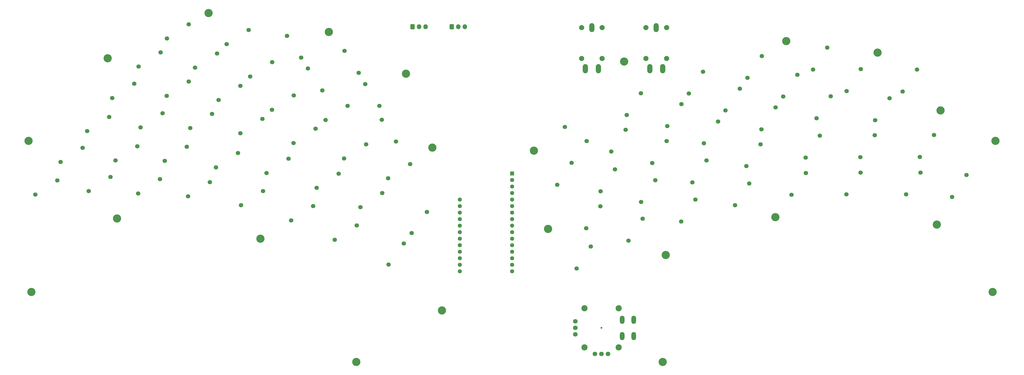
<source format=gbs>
%TF.GenerationSoftware,KiCad,Pcbnew,7.0.10-148-g62bb553460*%
%TF.CreationDate,2024-03-27T23:52:54+01:00*%
%TF.ProjectId,bandoneon,62616e64-6f6e-4656-9f6e-2e6b69636164,rev?*%
%TF.SameCoordinates,Original*%
%TF.FileFunction,Soldermask,Bot*%
%TF.FilePolarity,Negative*%
%FSLAX46Y46*%
G04 Gerber Fmt 4.6, Leading zero omitted, Abs format (unit mm)*
G04 Created by KiCad (PCBNEW 7.0.10-148-g62bb553460) date 2024-03-27 23:52:54*
%MOMM*%
%LPD*%
G01*
G04 APERTURE LIST*
G04 Aperture macros list*
%AMRoundRect*
0 Rectangle with rounded corners*
0 $1 Rounding radius*
0 $2 $3 $4 $5 $6 $7 $8 $9 X,Y pos of 4 corners*
0 Add a 4 corners polygon primitive as box body*
4,1,4,$2,$3,$4,$5,$6,$7,$8,$9,$2,$3,0*
0 Add four circle primitives for the rounded corners*
1,1,$1+$1,$2,$3*
1,1,$1+$1,$4,$5*
1,1,$1+$1,$6,$7*
1,1,$1+$1,$8,$9*
0 Add four rect primitives between the rounded corners*
20,1,$1+$1,$2,$3,$4,$5,0*
20,1,$1+$1,$4,$5,$6,$7,0*
20,1,$1+$1,$6,$7,$8,$9,0*
20,1,$1+$1,$8,$9,$2,$3,0*%
G04 Aperture macros list end*
%ADD10C,1.700000*%
%ADD11C,3.200000*%
%ADD12R,1.600000X1.600000*%
%ADD13C,1.600000*%
%ADD14C,2.400000*%
%ADD15C,0.762000*%
%ADD16O,1.800000X3.200000*%
%ADD17C,1.800000*%
%ADD18C,2.000000*%
%ADD19O,2.000000X3.600000*%
%ADD20O,2.000000X3.500000*%
%ADD21RoundRect,0.250000X-0.600000X-0.725000X0.600000X-0.725000X0.600000X0.725000X-0.600000X0.725000X0*%
%ADD22O,1.700000X1.950000*%
G04 APERTURE END LIST*
D10*
%TO.C,H37*%
X145424754Y-165079266D03*
X153945646Y-159545734D03*
%TD*%
%TO.C,H38*%
X135100854Y-177095366D03*
X143621746Y-171561834D03*
%TD*%
%TO.C,H43*%
X462250034Y-149669046D03*
X467783566Y-141148154D03*
%TD*%
%TO.C,H11*%
X253416434Y-146779154D03*
X258949966Y-155300046D03*
%TD*%
D11*
%TO.C,MH08*%
X498341000Y-168933000D03*
%TD*%
%TO.C,MH01*%
X239268000Y-126492000D03*
%TD*%
D10*
%TO.C,H31*%
X208752354Y-143803966D03*
X217273246Y-138270434D03*
%TD*%
%TO.C,H14*%
X215107654Y-181383466D03*
X223628546Y-175849934D03*
%TD*%
%TO.C,H69*%
X407356034Y-164389046D03*
X412889566Y-155868154D03*
%TD*%
%TO.C,H5*%
X251546154Y-194710466D03*
X260067046Y-189176934D03*
%TD*%
%TO.C,H41*%
X468934234Y-175125946D03*
X474467766Y-166605054D03*
%TD*%
%TO.C,H61*%
X339273434Y-202910846D03*
X344806966Y-194389954D03*
%TD*%
%TO.C,H68*%
X415815134Y-151655846D03*
X421348666Y-143134954D03*
%TD*%
%TO.C,H29*%
X184576154Y-190490466D03*
X193097046Y-184956934D03*
%TD*%
%TO.C,H16*%
X196438854Y-153000466D03*
X204959746Y-147466934D03*
%TD*%
D11*
%TO.C,MH19*%
X319000000Y-172720000D03*
%TD*%
D10*
%TO.C,H18*%
X175549154Y-176713566D03*
X184070046Y-171180034D03*
%TD*%
D11*
%TO.C,MH22*%
X192603912Y-119089841D03*
%TD*%
%TO.C,MH05*%
X417000000Y-130000000D03*
%TD*%
D10*
%TO.C,H58*%
X355056034Y-158829046D03*
X360589566Y-150308154D03*
%TD*%
D11*
%TO.C,MH12*%
X369000000Y-255000000D03*
%TD*%
D10*
%TO.C,H9*%
X234556454Y-187186966D03*
X243077346Y-181653434D03*
%TD*%
%TO.C,H13*%
X225626154Y-169725466D03*
X234147046Y-164191934D03*
%TD*%
%TO.C,H49*%
X393425034Y-157075046D03*
X398958566Y-148554154D03*
%TD*%
%TO.C,H48*%
X401977634Y-144375046D03*
X407511166Y-135854154D03*
%TD*%
%TO.C,H3*%
X262495451Y-217048806D03*
X268467349Y-208829194D03*
%TD*%
%TO.C,H54*%
X370791434Y-163145846D03*
X376324966Y-154624954D03*
%TD*%
%TO.C,H63*%
X335538534Y-218564946D03*
X341072066Y-210044054D03*
%TD*%
%TO.C,H25*%
X231192434Y-140725754D03*
X236725966Y-149246646D03*
%TD*%
%TO.C,H71*%
X397128834Y-193988946D03*
X402662366Y-185468054D03*
%TD*%
D11*
%TO.C,MH11*%
X497240000Y-227722000D03*
%TD*%
D10*
%TO.C,H50*%
X385005534Y-169860746D03*
X390539066Y-161339854D03*
%TD*%
%TO.C,H42*%
X463617734Y-189745846D03*
X469151266Y-181224954D03*
%TD*%
D11*
%TO.C,MH09*%
X475500000Y-201500000D03*
%TD*%
D10*
%TO.C,H33*%
X145979154Y-188486266D03*
X154500046Y-182952734D03*
%TD*%
D11*
%TO.C,MH17*%
X212725000Y-207010000D03*
%TD*%
D10*
%TO.C,H1*%
X330979154Y-163441434D03*
X339500046Y-168974966D03*
%TD*%
%TO.C,H6*%
X241596154Y-207390466D03*
X250117046Y-201856934D03*
%TD*%
%TO.C,H20*%
X199610954Y-131243966D03*
X208131846Y-125710434D03*
%TD*%
%TO.C,H32*%
X156379154Y-176533566D03*
X164900046Y-171000034D03*
%TD*%
D11*
%TO.C,MH13*%
X370205000Y-213360000D03*
%TD*%
D10*
%TO.C,H21*%
X187360954Y-140393966D03*
X195881846Y-134860434D03*
%TD*%
%TO.C,H12*%
X238026154Y-160800466D03*
X246547046Y-155266934D03*
%TD*%
%TO.C,H26*%
X217171254Y-156764466D03*
X225692146Y-151230934D03*
%TD*%
%TO.C,H52*%
X376203134Y-200303646D03*
X381736666Y-191782754D03*
%TD*%
%TO.C,H44*%
X451580034Y-160850046D03*
X457113566Y-152329154D03*
%TD*%
%TO.C,H19*%
X165199554Y-189346766D03*
X173720446Y-183813234D03*
%TD*%
D11*
%TO.C,MH07*%
X477000000Y-157000000D03*
%TD*%
D10*
%TO.C,H53*%
X379142834Y-150455546D03*
X384676366Y-141934654D03*
%TD*%
%TO.C,H59*%
X349063734Y-173054446D03*
X354597266Y-164533554D03*
%TD*%
%TO.C,H22*%
X176325554Y-151346866D03*
X184846446Y-145813334D03*
%TD*%
D11*
%TO.C,MH21*%
X153354986Y-136757115D03*
%TD*%
D10*
%TO.C,H15*%
X205199954Y-193949966D03*
X213720846Y-188416434D03*
%TD*%
%TO.C,H8*%
X245224954Y-175774966D03*
X253745846Y-170241434D03*
%TD*%
%TO.C,H70*%
X401494334Y-178745246D03*
X407027866Y-170224354D03*
%TD*%
%TO.C,H47*%
X440443734Y-149514446D03*
X445977266Y-140993554D03*
%TD*%
%TO.C,H45*%
X445850934Y-175227546D03*
X451384466Y-166706654D03*
%TD*%
%TO.C,H2*%
X271449951Y-204825006D03*
X277421849Y-196605394D03*
%TD*%
D11*
%TO.C,MH15*%
X283210000Y-234950000D03*
%TD*%
D10*
%TO.C,H34*%
X176376154Y-129050466D03*
X184897046Y-123516934D03*
%TD*%
%TO.C,H51*%
X380536034Y-185039046D03*
X386069566Y-176518154D03*
%TD*%
%TO.C,H36*%
X155185554Y-152186266D03*
X163706446Y-146652734D03*
%TD*%
%TO.C,H57*%
X355686934Y-207765146D03*
X361220466Y-199244254D03*
%TD*%
D11*
%TO.C,MH02*%
X269240000Y-142748000D03*
%TD*%
D10*
%TO.C,H67*%
X427446034Y-141109046D03*
X432979566Y-132588154D03*
%TD*%
D11*
%TO.C,MH03*%
X354000000Y-138000000D03*
%TD*%
D10*
%TO.C,H64*%
X428796034Y-160059046D03*
X434329566Y-151538154D03*
%TD*%
%TO.C,H35*%
X165389554Y-139966766D03*
X173910446Y-134433234D03*
%TD*%
D11*
%TO.C,MH18*%
X156972000Y-199136000D03*
%TD*%
%TO.C,MH20*%
X122619000Y-168933000D03*
%TD*%
D10*
%TO.C,H28*%
X195439154Y-179183566D03*
X203960046Y-173650034D03*
%TD*%
%TO.C,H40*%
X481490034Y-190699346D03*
X487023566Y-182178454D03*
%TD*%
%TO.C,H66*%
X419074934Y-189917746D03*
X424608466Y-181396854D03*
%TD*%
%TO.C,H39*%
X125287854Y-189833666D03*
X133808746Y-184300134D03*
%TD*%
D11*
%TO.C,MH06*%
X452500000Y-134500000D03*
%TD*%
D10*
%TO.C,H62*%
X328066434Y-185970846D03*
X333599966Y-177449954D03*
%TD*%
D11*
%TO.C,MH14*%
X279500000Y-171500000D03*
%TD*%
D10*
%TO.C,H56*%
X360607734Y-192724646D03*
X366141266Y-184203754D03*
%TD*%
D11*
%TO.C,MH39*%
X123720000Y-227722000D03*
%TD*%
D10*
%TO.C,H60*%
X344905634Y-188496946D03*
X350439166Y-179976054D03*
%TD*%
%TO.C,H10*%
X224659154Y-199863566D03*
X233180046Y-194330034D03*
%TD*%
%TO.C,H17*%
X185436154Y-163910466D03*
X193957046Y-158376934D03*
%TD*%
D11*
%TO.C,MH16*%
X250000000Y-255000000D03*
%TD*%
D10*
%TO.C,H7*%
X259890434Y-160647054D03*
X265423966Y-169167946D03*
%TD*%
%TO.C,H24*%
X245366434Y-133879154D03*
X250899966Y-142400046D03*
%TD*%
%TO.C,H4*%
X262376154Y-183450466D03*
X270897046Y-177916934D03*
%TD*%
%TO.C,H46*%
X440386034Y-189749946D03*
X445919566Y-181229054D03*
%TD*%
D11*
%TO.C,MH33*%
X324485000Y-203200000D03*
%TD*%
D10*
%TO.C,H30*%
X223012234Y-127957554D03*
X228545766Y-136478446D03*
%TD*%
%TO.C,H27*%
X204949954Y-165899966D03*
X213470846Y-160366434D03*
%TD*%
%TO.C,H23*%
X166176154Y-163650466D03*
X174697046Y-158116934D03*
%TD*%
D11*
%TO.C,MH10*%
X412750000Y-198628000D03*
%TD*%
D10*
%TO.C,H55*%
X364985234Y-177488546D03*
X370518766Y-168967654D03*
%TD*%
%TO.C,H65*%
X424566434Y-175395846D03*
X430099966Y-166874954D03*
%TD*%
D12*
%TO.C,U1*%
X310515000Y-181610000D03*
D13*
X310515000Y-184150000D03*
X310515000Y-186690000D03*
X310515000Y-189230000D03*
X310515000Y-191770000D03*
X310515000Y-194310000D03*
X310515000Y-196850000D03*
X310515000Y-199390000D03*
X310515000Y-201930000D03*
X310515000Y-204470000D03*
X310515000Y-207010000D03*
X310515000Y-209550000D03*
X310515000Y-212090000D03*
X310515000Y-214630000D03*
X310515000Y-217170000D03*
X310515000Y-219710000D03*
X290195000Y-219710000D03*
X290195000Y-217170000D03*
X290195000Y-214630000D03*
X290195000Y-212090000D03*
X290195000Y-209550000D03*
X290195000Y-207010000D03*
X290195000Y-204470000D03*
X290195000Y-201930000D03*
X290195000Y-199390000D03*
X290195000Y-196850000D03*
X290195000Y-194310000D03*
X290195000Y-191770000D03*
%TD*%
D14*
%TO.C,J1*%
X338597000Y-249345000D03*
X351933000Y-249345000D03*
D15*
X345265000Y-241725000D03*
D16*
X353266000Y-238550000D03*
X357766000Y-238550000D03*
D14*
X338597000Y-234105000D03*
X351933000Y-234105000D03*
D17*
X342725000Y-251885000D03*
X345265000Y-251885000D03*
X347805000Y-251885000D03*
X335105000Y-239185000D03*
X335105000Y-241725000D03*
X335105000Y-244265000D03*
D16*
X353266000Y-244900000D03*
X357766000Y-244900000D03*
%TD*%
D18*
%TO.C,J5*%
X345500000Y-136780000D03*
X345500000Y-124780000D03*
X337500000Y-136780000D03*
X337500000Y-124780000D03*
D19*
X344000000Y-140780000D03*
D20*
X341500000Y-124780000D03*
D19*
X339000000Y-140780000D03*
%TD*%
D18*
%TO.C,J4*%
X370500000Y-136780000D03*
X370500000Y-124780000D03*
X362500000Y-136780000D03*
X362500000Y-124780000D03*
D19*
X369000000Y-140780000D03*
D20*
X366500000Y-124780000D03*
D19*
X364000000Y-140780000D03*
%TD*%
D21*
%TO.C,J6*%
X271860000Y-124460000D03*
D22*
X274360000Y-124460000D03*
X276860000Y-124460000D03*
%TD*%
D21*
%TO.C,J7*%
X287100000Y-124460000D03*
D22*
X289600000Y-124460000D03*
X292100000Y-124460000D03*
%TD*%
M02*

</source>
